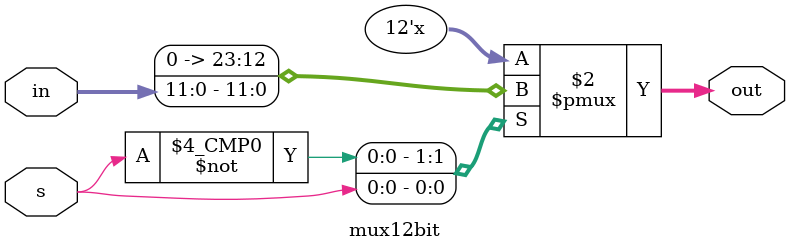
<source format=v>
`timescale 1ns / 1ps


module mux12bit(out,in,s);
input [11:0] in;
input s;
output reg [11:0] out;

always @(*)
begin
    case(s)
        1'b0 : out <= 12'b0;
        1'b1 : out <= in;
    endcase
end
endmodule

</source>
